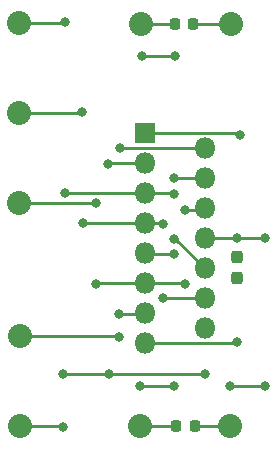
<source format=gbr>
%TF.GenerationSoftware,KiCad,Pcbnew,7.0.7*%
%TF.CreationDate,2024-04-29T21:33:31+09:00*%
%TF.ProjectId,l298n,6c323938-6e2e-46b6-9963-61645f706362,rev?*%
%TF.SameCoordinates,Original*%
%TF.FileFunction,Copper,L2,Bot*%
%TF.FilePolarity,Positive*%
%FSLAX46Y46*%
G04 Gerber Fmt 4.6, Leading zero omitted, Abs format (unit mm)*
G04 Created by KiCad (PCBNEW 7.0.7) date 2024-04-29 21:33:31*
%MOMM*%
%LPD*%
G01*
G04 APERTURE LIST*
G04 Aperture macros list*
%AMRoundRect*
0 Rectangle with rounded corners*
0 $1 Rounding radius*
0 $2 $3 $4 $5 $6 $7 $8 $9 X,Y pos of 4 corners*
0 Add a 4 corners polygon primitive as box body*
4,1,4,$2,$3,$4,$5,$6,$7,$8,$9,$2,$3,0*
0 Add four circle primitives for the rounded corners*
1,1,$1+$1,$2,$3*
1,1,$1+$1,$4,$5*
1,1,$1+$1,$6,$7*
1,1,$1+$1,$8,$9*
0 Add four rect primitives between the rounded corners*
20,1,$1+$1,$2,$3,$4,$5,0*
20,1,$1+$1,$4,$5,$6,$7,0*
20,1,$1+$1,$6,$7,$8,$9,0*
20,1,$1+$1,$8,$9,$2,$3,0*%
G04 Aperture macros list end*
%TA.AperFunction,ComponentPad*%
%ADD10C,2.032000*%
%TD*%
%TA.AperFunction,SMDPad,CuDef*%
%ADD11RoundRect,0.225000X-0.225000X-0.250000X0.225000X-0.250000X0.225000X0.250000X-0.225000X0.250000X0*%
%TD*%
%TA.AperFunction,SMDPad,CuDef*%
%ADD12RoundRect,0.225000X0.225000X0.250000X-0.225000X0.250000X-0.225000X-0.250000X0.225000X-0.250000X0*%
%TD*%
%TA.AperFunction,ComponentPad*%
%ADD13R,1.800000X1.800000*%
%TD*%
%TA.AperFunction,ComponentPad*%
%ADD14O,1.800000X1.800000*%
%TD*%
%TA.AperFunction,SMDPad,CuDef*%
%ADD15RoundRect,0.237500X0.237500X-0.287500X0.237500X0.287500X-0.237500X0.287500X-0.237500X-0.287500X0*%
%TD*%
%TA.AperFunction,ViaPad*%
%ADD16C,0.800000*%
%TD*%
%TA.AperFunction,Conductor*%
%ADD17C,0.250000*%
%TD*%
G04 APERTURE END LIST*
D10*
%TO.P,J4,1,1*%
%TO.N,/l298/OUT_A*%
X113089999Y-111163401D03*
%TO.P,J4,2,2*%
%TO.N,/l298/OUT_B*%
X113089999Y-118783401D03*
%TD*%
%TO.P,J3,3,3*%
%TO.N,/l298/IN1*%
X113010001Y-84606600D03*
%TO.P,J3,2,2*%
%TO.N,/l298/IN2*%
X113010001Y-92226600D03*
%TO.P,J3,1,1*%
%TO.N,/l298/Enable*%
X113010001Y-99846600D03*
%TD*%
%TO.P,J2,1,1*%
%TO.N,/l298/5V*%
X123275000Y-118740000D03*
%TO.P,J2,2,2*%
%TO.N,GND*%
X130895000Y-118740000D03*
%TD*%
%TO.P,J1,2,2*%
%TO.N,GND*%
X131008401Y-84750001D03*
%TO.P,J1,1,1*%
%TO.N,/l298/12V*%
X123388401Y-84750001D03*
%TD*%
D11*
%TO.P,C2,1*%
%TO.N,/l298/12V*%
X126220000Y-84720000D03*
%TO.P,C2,2*%
%TO.N,GND*%
X127770000Y-84720000D03*
%TD*%
D12*
%TO.P,C1,1*%
%TO.N,GND*%
X127910000Y-118770000D03*
%TO.P,C1,2*%
%TO.N,/l298/5V*%
X126360000Y-118770000D03*
%TD*%
D13*
%TO.P,U1,1,SENSE_A*%
%TO.N,/l298/SENSE*%
X123720000Y-93990000D03*
D14*
%TO.P,U1,2,OUT1*%
%TO.N,/l298/OUT_A*%
X128800000Y-95260000D03*
%TO.P,U1,3,OUT2*%
%TO.N,/l298/OUT_B*%
X123720000Y-96530000D03*
%TO.P,U1,4,Vs*%
%TO.N,/l298/12V*%
X128800000Y-97800000D03*
%TO.P,U1,5,IN1*%
%TO.N,/l298/IN1*%
X123720000Y-99070000D03*
%TO.P,U1,6,EnA*%
%TO.N,/l298/Enable*%
X128800000Y-100340000D03*
%TO.P,U1,7,IN2*%
%TO.N,/l298/IN2*%
X123720000Y-101610000D03*
%TO.P,U1,8,GND*%
%TO.N,GND*%
X128800000Y-102880000D03*
%TO.P,U1,9,Vss*%
%TO.N,/l298/5V*%
X123720000Y-104150000D03*
%TO.P,U1,10,IN3*%
%TO.N,/l298/IN1*%
X128800000Y-105420000D03*
%TO.P,U1,11,EnB*%
%TO.N,/l298/Enable*%
X123720000Y-106690000D03*
%TO.P,U1,12,IN4*%
%TO.N,/l298/IN2*%
X128800000Y-107960000D03*
%TO.P,U1,13,OUT3*%
%TO.N,/l298/OUT_A*%
X123720000Y-109230000D03*
%TO.P,U1,14,OUT4*%
%TO.N,/l298/OUT_B*%
X128800000Y-110500000D03*
%TO.P,U1,15,SENSE_B*%
%TO.N,/l298/SENSE*%
X123720000Y-111770000D03*
%TD*%
D15*
%TO.P,R1,2*%
%TO.N,GND*%
X131460000Y-104435000D03*
%TO.P,R1,1*%
%TO.N,/l298/SENSE*%
X131460000Y-106185000D03*
%TD*%
D16*
%TO.N,/l298/IN1*%
X126200000Y-102900000D03*
X126140000Y-99130000D03*
X116930000Y-99010000D03*
X116900000Y-84570000D03*
%TO.N,/l298/IN2*%
X125230000Y-107930000D03*
X125260000Y-101630000D03*
X118460000Y-101600000D03*
X118370000Y-92210000D03*
%TO.N,/l298/SENSE*%
X131732901Y-94140000D03*
X131460000Y-106185000D03*
X131530000Y-111640000D03*
%TO.N,/l298/Enable*%
X127120000Y-106740000D03*
X127120000Y-100470000D03*
X119570000Y-99890000D03*
X119570000Y-106740000D03*
%TO.N,GND*%
X131470000Y-102880000D03*
%TO.N,/l298/12V*%
X123430000Y-87400000D03*
X126180000Y-97800000D03*
X126220000Y-87460000D03*
%TO.N,GND*%
X131460000Y-104435000D03*
X133880000Y-102800000D03*
X133910000Y-115380000D03*
X130910000Y-115380000D03*
%TO.N,/l298/5V*%
X126200000Y-104180000D03*
X123300000Y-115350000D03*
X126200000Y-115410000D03*
%TO.N,/l298/OUT_A*%
X121610000Y-95260000D03*
X121520000Y-109310000D03*
X121490000Y-111210000D03*
%TO.N,/l298/OUT_B*%
X120630000Y-114370000D03*
X120600000Y-96560000D03*
X116780000Y-118860000D03*
X116750000Y-114370000D03*
X128770000Y-114370000D03*
%TD*%
D17*
%TO.N,/l298/IN1*%
X126200000Y-102900000D02*
X126280000Y-102900000D01*
X126280000Y-102900000D02*
X128800000Y-105420000D01*
X126080000Y-99070000D02*
X126140000Y-99130000D01*
X123720000Y-99070000D02*
X126080000Y-99070000D01*
X116990000Y-99070000D02*
X123720000Y-99070000D01*
X116930000Y-99010000D02*
X116990000Y-99070000D01*
X116863400Y-84606600D02*
X116900000Y-84570000D01*
X113010001Y-84606600D02*
X116863400Y-84606600D01*
%TO.N,/l298/IN2*%
X125230000Y-107930000D02*
X125260000Y-107960000D01*
X125260000Y-107960000D02*
X128800000Y-107960000D01*
X123720000Y-101610000D02*
X125240000Y-101610000D01*
X125240000Y-101610000D02*
X125260000Y-101630000D01*
X118470000Y-101610000D02*
X123720000Y-101610000D01*
X118460000Y-101600000D02*
X118470000Y-101610000D01*
X113010001Y-92226600D02*
X118353400Y-92226600D01*
X118353400Y-92226600D02*
X118370000Y-92210000D01*
%TO.N,/l298/SENSE*%
X131582901Y-93990000D02*
X131732901Y-94140000D01*
X123720000Y-93990000D02*
X131582901Y-93990000D01*
X131400000Y-111770000D02*
X131530000Y-111640000D01*
X123720000Y-111770000D02*
X131400000Y-111770000D01*
%TO.N,/l298/Enable*%
X128670000Y-100470000D02*
X128800000Y-100340000D01*
X127120000Y-100470000D02*
X128670000Y-100470000D01*
X127070000Y-106690000D02*
X127120000Y-106740000D01*
X123720000Y-106690000D02*
X127070000Y-106690000D01*
X119620000Y-106690000D02*
X123720000Y-106690000D01*
X119570000Y-106740000D02*
X119620000Y-106690000D01*
X119526600Y-99846600D02*
X119570000Y-99890000D01*
X113010001Y-99846600D02*
X119526600Y-99846600D01*
%TO.N,/l298/12V*%
X123490000Y-87460000D02*
X123430000Y-87400000D01*
X126220000Y-87460000D02*
X123490000Y-87460000D01*
X128800000Y-97800000D02*
X126180000Y-97800000D01*
%TO.N,GND*%
X131470000Y-102880000D02*
X128800000Y-102880000D01*
X133800000Y-102880000D02*
X131470000Y-102880000D01*
X133880000Y-102800000D02*
X133800000Y-102880000D01*
X130910000Y-115380000D02*
X133910000Y-115380000D01*
%TO.N,/l298/5V*%
X123750000Y-104180000D02*
X123720000Y-104150000D01*
X126200000Y-104180000D02*
X123750000Y-104180000D01*
X126140000Y-115350000D02*
X126200000Y-115410000D01*
X123300000Y-115350000D02*
X126140000Y-115350000D01*
%TO.N,/l298/OUT_A*%
X128800000Y-95260000D02*
X121610000Y-95260000D01*
X123640000Y-109310000D02*
X123720000Y-109230000D01*
X121520000Y-109310000D02*
X123640000Y-109310000D01*
X121443401Y-111163401D02*
X121490000Y-111210000D01*
X113089999Y-111163401D02*
X121443401Y-111163401D01*
%TO.N,/l298/OUT_B*%
X120630000Y-114370000D02*
X128770000Y-114370000D01*
X116750000Y-114370000D02*
X120630000Y-114370000D01*
X120630000Y-96530000D02*
X120600000Y-96560000D01*
X123720000Y-96530000D02*
X120630000Y-96530000D01*
X116703401Y-118783401D02*
X116780000Y-118860000D01*
X113089999Y-118783401D02*
X116703401Y-118783401D01*
%TO.N,GND*%
X127800001Y-84750001D02*
X131008401Y-84750001D01*
X127770000Y-84720000D02*
X127800001Y-84750001D01*
%TO.N,/l298/12V*%
X126189999Y-84750001D02*
X126220000Y-84720000D01*
X123388401Y-84750001D02*
X126189999Y-84750001D01*
%TO.N,/l298/5V*%
X126330000Y-118740000D02*
X126360000Y-118770000D01*
X123275000Y-118740000D02*
X126330000Y-118740000D01*
%TO.N,GND*%
X130895000Y-118740000D02*
X127940000Y-118740000D01*
X127940000Y-118740000D02*
X127910000Y-118770000D01*
%TD*%
M02*

</source>
